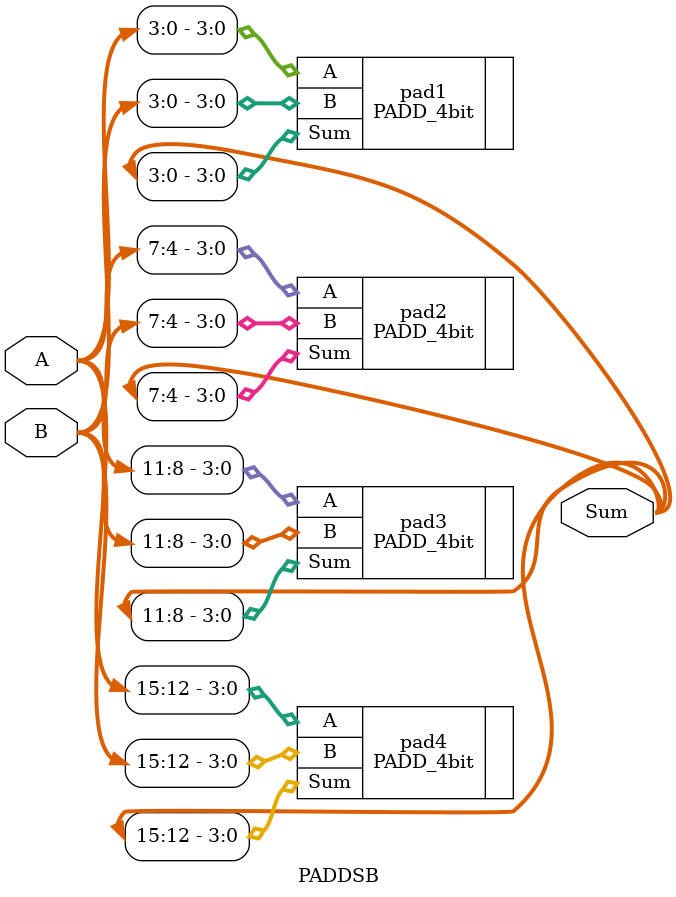
<source format=v>
module PADDSB (A, B, Sum);

input [15:0] A, B;
output [15:0] Sum;

// Call instances of the padd_4bit calculations. Makes it simpler to understand.

PADD_4bit pad1(.A(A[3:0]), .B(B[3:0]), .Sum(Sum[3:0])); 
PADD_4bit pad2(.A(A[7:4]), .B(B[7:4]), .Sum(Sum[7:4])); 
PADD_4bit pad3(.A(A[11:8]), .B(B[11:8]), .Sum(Sum[11:8])); 
PADD_4bit pad4(.A(A[15:12]), .B(B[15:12]), .Sum(Sum[15:12])); 

endmodule

</source>
